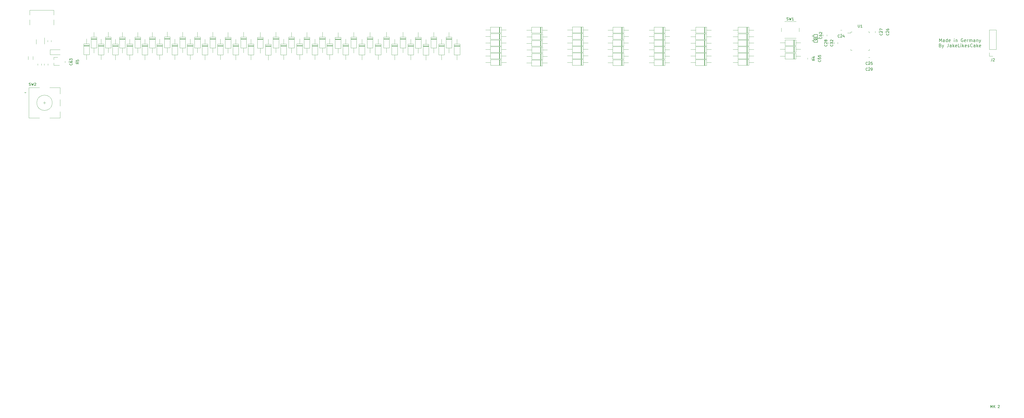
<source format=gto>
G04 #@! TF.GenerationSoftware,KiCad,Pcbnew,5.1.5+dfsg1-2build2*
G04 #@! TF.CreationDate,2020-08-17T22:58:45+02:00*
G04 #@! TF.ProjectId,PENIS,50454e49-532e-46b6-9963-61645f706362,rev?*
G04 #@! TF.SameCoordinates,Original*
G04 #@! TF.FileFunction,Legend,Top*
G04 #@! TF.FilePolarity,Positive*
%FSLAX46Y46*%
G04 Gerber Fmt 4.6, Leading zero omitted, Abs format (unit mm)*
G04 Created by KiCad (PCBNEW 5.1.5+dfsg1-2build2) date 2020-08-17 22:58:45*
%MOMM*%
%LPD*%
G04 APERTURE LIST*
%ADD10C,0.150000*%
%ADD11C,0.120000*%
%ADD12C,0.127000*%
G04 APERTURE END LIST*
D10*
X483409523Y-282372380D02*
X483409523Y-281372380D01*
X483742857Y-282086666D01*
X484076190Y-281372380D01*
X484076190Y-282372380D01*
X484552380Y-282372380D02*
X484552380Y-281372380D01*
X485123809Y-282372380D02*
X484695238Y-281800952D01*
X485123809Y-281372380D02*
X484552380Y-281943809D01*
X486266666Y-281467619D02*
X486314285Y-281420000D01*
X486409523Y-281372380D01*
X486647619Y-281372380D01*
X486742857Y-281420000D01*
X486790476Y-281467619D01*
X486838095Y-281562857D01*
X486838095Y-281658095D01*
X486790476Y-281800952D01*
X486219047Y-282372380D01*
X486838095Y-282372380D01*
X463386904Y-139417023D02*
X463386904Y-138147023D01*
X463810238Y-139054166D01*
X464233571Y-138147023D01*
X464233571Y-139417023D01*
X465382619Y-139417023D02*
X465382619Y-138751785D01*
X465322142Y-138630833D01*
X465201190Y-138570357D01*
X464959285Y-138570357D01*
X464838333Y-138630833D01*
X465382619Y-139356547D02*
X465261666Y-139417023D01*
X464959285Y-139417023D01*
X464838333Y-139356547D01*
X464777857Y-139235595D01*
X464777857Y-139114642D01*
X464838333Y-138993690D01*
X464959285Y-138933214D01*
X465261666Y-138933214D01*
X465382619Y-138872738D01*
X466531666Y-139417023D02*
X466531666Y-138147023D01*
X466531666Y-139356547D02*
X466410714Y-139417023D01*
X466168809Y-139417023D01*
X466047857Y-139356547D01*
X465987380Y-139296071D01*
X465926904Y-139175119D01*
X465926904Y-138812261D01*
X465987380Y-138691309D01*
X466047857Y-138630833D01*
X466168809Y-138570357D01*
X466410714Y-138570357D01*
X466531666Y-138630833D01*
X467620238Y-139356547D02*
X467499285Y-139417023D01*
X467257380Y-139417023D01*
X467136428Y-139356547D01*
X467075952Y-139235595D01*
X467075952Y-138751785D01*
X467136428Y-138630833D01*
X467257380Y-138570357D01*
X467499285Y-138570357D01*
X467620238Y-138630833D01*
X467680714Y-138751785D01*
X467680714Y-138872738D01*
X467075952Y-138993690D01*
X469192619Y-139417023D02*
X469192619Y-138570357D01*
X469192619Y-138147023D02*
X469132142Y-138207500D01*
X469192619Y-138267976D01*
X469253095Y-138207500D01*
X469192619Y-138147023D01*
X469192619Y-138267976D01*
X469797380Y-138570357D02*
X469797380Y-139417023D01*
X469797380Y-138691309D02*
X469857857Y-138630833D01*
X469978809Y-138570357D01*
X470160238Y-138570357D01*
X470281190Y-138630833D01*
X470341666Y-138751785D01*
X470341666Y-139417023D01*
X472579285Y-138207500D02*
X472458333Y-138147023D01*
X472276904Y-138147023D01*
X472095476Y-138207500D01*
X471974523Y-138328452D01*
X471914047Y-138449404D01*
X471853571Y-138691309D01*
X471853571Y-138872738D01*
X471914047Y-139114642D01*
X471974523Y-139235595D01*
X472095476Y-139356547D01*
X472276904Y-139417023D01*
X472397857Y-139417023D01*
X472579285Y-139356547D01*
X472639761Y-139296071D01*
X472639761Y-138872738D01*
X472397857Y-138872738D01*
X473667857Y-139356547D02*
X473546904Y-139417023D01*
X473305000Y-139417023D01*
X473184047Y-139356547D01*
X473123571Y-139235595D01*
X473123571Y-138751785D01*
X473184047Y-138630833D01*
X473305000Y-138570357D01*
X473546904Y-138570357D01*
X473667857Y-138630833D01*
X473728333Y-138751785D01*
X473728333Y-138872738D01*
X473123571Y-138993690D01*
X474272619Y-139417023D02*
X474272619Y-138570357D01*
X474272619Y-138812261D02*
X474333095Y-138691309D01*
X474393571Y-138630833D01*
X474514523Y-138570357D01*
X474635476Y-138570357D01*
X475058809Y-139417023D02*
X475058809Y-138570357D01*
X475058809Y-138691309D02*
X475119285Y-138630833D01*
X475240238Y-138570357D01*
X475421666Y-138570357D01*
X475542619Y-138630833D01*
X475603095Y-138751785D01*
X475603095Y-139417023D01*
X475603095Y-138751785D02*
X475663571Y-138630833D01*
X475784523Y-138570357D01*
X475965952Y-138570357D01*
X476086904Y-138630833D01*
X476147380Y-138751785D01*
X476147380Y-139417023D01*
X477296428Y-139417023D02*
X477296428Y-138751785D01*
X477235952Y-138630833D01*
X477115000Y-138570357D01*
X476873095Y-138570357D01*
X476752142Y-138630833D01*
X477296428Y-139356547D02*
X477175476Y-139417023D01*
X476873095Y-139417023D01*
X476752142Y-139356547D01*
X476691666Y-139235595D01*
X476691666Y-139114642D01*
X476752142Y-138993690D01*
X476873095Y-138933214D01*
X477175476Y-138933214D01*
X477296428Y-138872738D01*
X477901190Y-138570357D02*
X477901190Y-139417023D01*
X477901190Y-138691309D02*
X477961666Y-138630833D01*
X478082619Y-138570357D01*
X478264047Y-138570357D01*
X478385000Y-138630833D01*
X478445476Y-138751785D01*
X478445476Y-139417023D01*
X478929285Y-138570357D02*
X479231666Y-139417023D01*
X479534047Y-138570357D02*
X479231666Y-139417023D01*
X479110714Y-139719404D01*
X479050238Y-139779880D01*
X478929285Y-139840357D01*
X463749761Y-140806785D02*
X463931190Y-140867261D01*
X463991666Y-140927738D01*
X464052142Y-141048690D01*
X464052142Y-141230119D01*
X463991666Y-141351071D01*
X463931190Y-141411547D01*
X463810238Y-141472023D01*
X463326428Y-141472023D01*
X463326428Y-140202023D01*
X463749761Y-140202023D01*
X463870714Y-140262500D01*
X463931190Y-140322976D01*
X463991666Y-140443928D01*
X463991666Y-140564880D01*
X463931190Y-140685833D01*
X463870714Y-140746309D01*
X463749761Y-140806785D01*
X463326428Y-140806785D01*
X464475476Y-140625357D02*
X464777857Y-141472023D01*
X465080238Y-140625357D02*
X464777857Y-141472023D01*
X464656904Y-141774404D01*
X464596428Y-141834880D01*
X464475476Y-141895357D01*
X466894523Y-140202023D02*
X466894523Y-141109166D01*
X466834047Y-141290595D01*
X466713095Y-141411547D01*
X466531666Y-141472023D01*
X466410714Y-141472023D01*
X468043571Y-141472023D02*
X468043571Y-140806785D01*
X467983095Y-140685833D01*
X467862142Y-140625357D01*
X467620238Y-140625357D01*
X467499285Y-140685833D01*
X468043571Y-141411547D02*
X467922619Y-141472023D01*
X467620238Y-141472023D01*
X467499285Y-141411547D01*
X467438809Y-141290595D01*
X467438809Y-141169642D01*
X467499285Y-141048690D01*
X467620238Y-140988214D01*
X467922619Y-140988214D01*
X468043571Y-140927738D01*
X468648333Y-141472023D02*
X468648333Y-140202023D01*
X468769285Y-140988214D02*
X469132142Y-141472023D01*
X469132142Y-140625357D02*
X468648333Y-141109166D01*
X470160238Y-141411547D02*
X470039285Y-141472023D01*
X469797380Y-141472023D01*
X469676428Y-141411547D01*
X469615952Y-141290595D01*
X469615952Y-140806785D01*
X469676428Y-140685833D01*
X469797380Y-140625357D01*
X470039285Y-140625357D01*
X470160238Y-140685833D01*
X470220714Y-140806785D01*
X470220714Y-140927738D01*
X469615952Y-141048690D01*
X471369761Y-141472023D02*
X470765000Y-141472023D01*
X470765000Y-140202023D01*
X471793095Y-141472023D02*
X471793095Y-140625357D01*
X471793095Y-140202023D02*
X471732619Y-140262500D01*
X471793095Y-140322976D01*
X471853571Y-140262500D01*
X471793095Y-140202023D01*
X471793095Y-140322976D01*
X472397857Y-141472023D02*
X472397857Y-140202023D01*
X472518809Y-140988214D02*
X472881666Y-141472023D01*
X472881666Y-140625357D02*
X472397857Y-141109166D01*
X473909761Y-141411547D02*
X473788809Y-141472023D01*
X473546904Y-141472023D01*
X473425952Y-141411547D01*
X473365476Y-141290595D01*
X473365476Y-140806785D01*
X473425952Y-140685833D01*
X473546904Y-140625357D01*
X473788809Y-140625357D01*
X473909761Y-140685833D01*
X473970238Y-140806785D01*
X473970238Y-140927738D01*
X473365476Y-141048690D01*
X474454047Y-141411547D02*
X474575000Y-141472023D01*
X474816904Y-141472023D01*
X474937857Y-141411547D01*
X474998333Y-141290595D01*
X474998333Y-141230119D01*
X474937857Y-141109166D01*
X474816904Y-141048690D01*
X474635476Y-141048690D01*
X474514523Y-140988214D01*
X474454047Y-140867261D01*
X474454047Y-140806785D01*
X474514523Y-140685833D01*
X474635476Y-140625357D01*
X474816904Y-140625357D01*
X474937857Y-140685833D01*
X476268333Y-141351071D02*
X476207857Y-141411547D01*
X476026428Y-141472023D01*
X475905476Y-141472023D01*
X475724047Y-141411547D01*
X475603095Y-141290595D01*
X475542619Y-141169642D01*
X475482142Y-140927738D01*
X475482142Y-140746309D01*
X475542619Y-140504404D01*
X475603095Y-140383452D01*
X475724047Y-140262500D01*
X475905476Y-140202023D01*
X476026428Y-140202023D01*
X476207857Y-140262500D01*
X476268333Y-140322976D01*
X477356904Y-141472023D02*
X477356904Y-140806785D01*
X477296428Y-140685833D01*
X477175476Y-140625357D01*
X476933571Y-140625357D01*
X476812619Y-140685833D01*
X477356904Y-141411547D02*
X477235952Y-141472023D01*
X476933571Y-141472023D01*
X476812619Y-141411547D01*
X476752142Y-141290595D01*
X476752142Y-141169642D01*
X476812619Y-141048690D01*
X476933571Y-140988214D01*
X477235952Y-140988214D01*
X477356904Y-140927738D01*
X477961666Y-141472023D02*
X477961666Y-140202023D01*
X478082619Y-140988214D02*
X478445476Y-141472023D01*
X478445476Y-140625357D02*
X477961666Y-141109166D01*
X479473571Y-141411547D02*
X479352619Y-141472023D01*
X479110714Y-141472023D01*
X478989761Y-141411547D01*
X478929285Y-141290595D01*
X478929285Y-140806785D01*
X478989761Y-140685833D01*
X479110714Y-140625357D01*
X479352619Y-140625357D01*
X479473571Y-140685833D01*
X479534047Y-140806785D01*
X479534047Y-140927738D01*
X478929285Y-141048690D01*
D11*
X407330000Y-143460000D02*
X407330000Y-141220000D01*
X407330000Y-141220000D02*
X403090000Y-141220000D01*
X403090000Y-141220000D02*
X403090000Y-143460000D01*
X403090000Y-143460000D02*
X407330000Y-143460000D01*
X409250000Y-142340000D02*
X407330000Y-142340000D01*
X401170000Y-142340000D02*
X403090000Y-142340000D01*
X406610000Y-143460000D02*
X406610000Y-141220000D01*
X406490000Y-143460000D02*
X406490000Y-141220000D01*
X406730000Y-143460000D02*
X406730000Y-141220000D01*
X407330000Y-140910000D02*
X407330000Y-138670000D01*
X407330000Y-138670000D02*
X403090000Y-138670000D01*
X403090000Y-138670000D02*
X403090000Y-140910000D01*
X403090000Y-140910000D02*
X407330000Y-140910000D01*
X409250000Y-139790000D02*
X407330000Y-139790000D01*
X401170000Y-139790000D02*
X403090000Y-139790000D01*
X406610000Y-140910000D02*
X406610000Y-138670000D01*
X406490000Y-140910000D02*
X406490000Y-138670000D01*
X406730000Y-140910000D02*
X406730000Y-138670000D01*
X388980000Y-148560000D02*
X388980000Y-146320000D01*
X388980000Y-146320000D02*
X384740000Y-146320000D01*
X384740000Y-146320000D02*
X384740000Y-148560000D01*
X384740000Y-148560000D02*
X388980000Y-148560000D01*
X390900000Y-147440000D02*
X388980000Y-147440000D01*
X382820000Y-147440000D02*
X384740000Y-147440000D01*
X388260000Y-148560000D02*
X388260000Y-146320000D01*
X388140000Y-148560000D02*
X388140000Y-146320000D01*
X388380000Y-148560000D02*
X388380000Y-146320000D01*
X388980000Y-146060000D02*
X388980000Y-143820000D01*
X388980000Y-143820000D02*
X384740000Y-143820000D01*
X384740000Y-143820000D02*
X384740000Y-146060000D01*
X384740000Y-146060000D02*
X388980000Y-146060000D01*
X390900000Y-144940000D02*
X388980000Y-144940000D01*
X382820000Y-144940000D02*
X384740000Y-144940000D01*
X388260000Y-146060000D02*
X388260000Y-143820000D01*
X388140000Y-146060000D02*
X388140000Y-143820000D01*
X388380000Y-146060000D02*
X388380000Y-143820000D01*
X388980000Y-143560000D02*
X388980000Y-141320000D01*
X388980000Y-141320000D02*
X384740000Y-141320000D01*
X384740000Y-141320000D02*
X384740000Y-143560000D01*
X384740000Y-143560000D02*
X388980000Y-143560000D01*
X390900000Y-142440000D02*
X388980000Y-142440000D01*
X382820000Y-142440000D02*
X384740000Y-142440000D01*
X388260000Y-143560000D02*
X388260000Y-141320000D01*
X388140000Y-143560000D02*
X388140000Y-141320000D01*
X388380000Y-143560000D02*
X388380000Y-141320000D01*
X388980000Y-141010000D02*
X388980000Y-138770000D01*
X388980000Y-138770000D02*
X384740000Y-138770000D01*
X384740000Y-138770000D02*
X384740000Y-141010000D01*
X384740000Y-141010000D02*
X388980000Y-141010000D01*
X390900000Y-139890000D02*
X388980000Y-139890000D01*
X382820000Y-139890000D02*
X384740000Y-139890000D01*
X388260000Y-141010000D02*
X388260000Y-138770000D01*
X388140000Y-141010000D02*
X388140000Y-138770000D01*
X388380000Y-141010000D02*
X388380000Y-138770000D01*
X388980000Y-138510000D02*
X388980000Y-136270000D01*
X388980000Y-136270000D02*
X384740000Y-136270000D01*
X384740000Y-136270000D02*
X384740000Y-138510000D01*
X384740000Y-138510000D02*
X388980000Y-138510000D01*
X390900000Y-137390000D02*
X388980000Y-137390000D01*
X382820000Y-137390000D02*
X384740000Y-137390000D01*
X388260000Y-138510000D02*
X388260000Y-136270000D01*
X388140000Y-138510000D02*
X388140000Y-136270000D01*
X388380000Y-138510000D02*
X388380000Y-136270000D01*
X388980000Y-135960000D02*
X388980000Y-133720000D01*
X388980000Y-133720000D02*
X384740000Y-133720000D01*
X384740000Y-133720000D02*
X384740000Y-135960000D01*
X384740000Y-135960000D02*
X388980000Y-135960000D01*
X390900000Y-134840000D02*
X388980000Y-134840000D01*
X382820000Y-134840000D02*
X384740000Y-134840000D01*
X388260000Y-135960000D02*
X388260000Y-133720000D01*
X388140000Y-135960000D02*
X388140000Y-133720000D01*
X388380000Y-135960000D02*
X388380000Y-133720000D01*
X372427000Y-148640000D02*
X372427000Y-146400000D01*
X372427000Y-146400000D02*
X368187000Y-146400000D01*
X368187000Y-146400000D02*
X368187000Y-148640000D01*
X368187000Y-148640000D02*
X372427000Y-148640000D01*
X374347000Y-147520000D02*
X372427000Y-147520000D01*
X366267000Y-147520000D02*
X368187000Y-147520000D01*
X371707000Y-148640000D02*
X371707000Y-146400000D01*
X371587000Y-148640000D02*
X371587000Y-146400000D01*
X371827000Y-148640000D02*
X371827000Y-146400000D01*
X372427000Y-138505400D02*
X372427000Y-136265400D01*
X372427000Y-136265400D02*
X368187000Y-136265400D01*
X368187000Y-136265400D02*
X368187000Y-138505400D01*
X368187000Y-138505400D02*
X372427000Y-138505400D01*
X374347000Y-137385400D02*
X372427000Y-137385400D01*
X366267000Y-137385400D02*
X368187000Y-137385400D01*
X371707000Y-138505400D02*
X371707000Y-136265400D01*
X371587000Y-138505400D02*
X371587000Y-136265400D01*
X371827000Y-138505400D02*
X371827000Y-136265400D01*
X372427000Y-141045400D02*
X372427000Y-138805400D01*
X372427000Y-138805400D02*
X368187000Y-138805400D01*
X368187000Y-138805400D02*
X368187000Y-141045400D01*
X368187000Y-141045400D02*
X372427000Y-141045400D01*
X374347000Y-139925400D02*
X372427000Y-139925400D01*
X366267000Y-139925400D02*
X368187000Y-139925400D01*
X371707000Y-141045400D02*
X371707000Y-138805400D01*
X371587000Y-141045400D02*
X371587000Y-138805400D01*
X371827000Y-141045400D02*
X371827000Y-138805400D01*
X372427000Y-143560000D02*
X372427000Y-141320000D01*
X372427000Y-141320000D02*
X368187000Y-141320000D01*
X368187000Y-141320000D02*
X368187000Y-143560000D01*
X368187000Y-143560000D02*
X372427000Y-143560000D01*
X374347000Y-142440000D02*
X372427000Y-142440000D01*
X366267000Y-142440000D02*
X368187000Y-142440000D01*
X371707000Y-143560000D02*
X371707000Y-141320000D01*
X371587000Y-143560000D02*
X371587000Y-141320000D01*
X371827000Y-143560000D02*
X371827000Y-141320000D01*
X372427000Y-146100000D02*
X372427000Y-143860000D01*
X372427000Y-143860000D02*
X368187000Y-143860000D01*
X368187000Y-143860000D02*
X368187000Y-146100000D01*
X368187000Y-146100000D02*
X372427000Y-146100000D01*
X374347000Y-144980000D02*
X372427000Y-144980000D01*
X366267000Y-144980000D02*
X368187000Y-144980000D01*
X371707000Y-146100000D02*
X371707000Y-143860000D01*
X371587000Y-146100000D02*
X371587000Y-143860000D01*
X371827000Y-146100000D02*
X371827000Y-143860000D01*
X372430000Y-135960000D02*
X372430000Y-133720000D01*
X372430000Y-133720000D02*
X368190000Y-133720000D01*
X368190000Y-133720000D02*
X368190000Y-135960000D01*
X368190000Y-135960000D02*
X372430000Y-135960000D01*
X374350000Y-134840000D02*
X372430000Y-134840000D01*
X366270000Y-134840000D02*
X368190000Y-134840000D01*
X371710000Y-135960000D02*
X371710000Y-133720000D01*
X371590000Y-135960000D02*
X371590000Y-133720000D01*
X371830000Y-135960000D02*
X371830000Y-133720000D01*
X356190000Y-148670000D02*
X356190000Y-146430000D01*
X356190000Y-146430000D02*
X351950000Y-146430000D01*
X351950000Y-146430000D02*
X351950000Y-148670000D01*
X351950000Y-148670000D02*
X356190000Y-148670000D01*
X358110000Y-147550000D02*
X356190000Y-147550000D01*
X350030000Y-147550000D02*
X351950000Y-147550000D01*
X355470000Y-148670000D02*
X355470000Y-146430000D01*
X355350000Y-148670000D02*
X355350000Y-146430000D01*
X355590000Y-148670000D02*
X355590000Y-146430000D01*
X356190000Y-146120000D02*
X356190000Y-143880000D01*
X356190000Y-143880000D02*
X351950000Y-143880000D01*
X351950000Y-143880000D02*
X351950000Y-146120000D01*
X351950000Y-146120000D02*
X356190000Y-146120000D01*
X358110000Y-145000000D02*
X356190000Y-145000000D01*
X350030000Y-145000000D02*
X351950000Y-145000000D01*
X355470000Y-146120000D02*
X355470000Y-143880000D01*
X355350000Y-146120000D02*
X355350000Y-143880000D01*
X355590000Y-146120000D02*
X355590000Y-143880000D01*
X356190000Y-143570000D02*
X356190000Y-141330000D01*
X356190000Y-141330000D02*
X351950000Y-141330000D01*
X351950000Y-141330000D02*
X351950000Y-143570000D01*
X351950000Y-143570000D02*
X356190000Y-143570000D01*
X358110000Y-142450000D02*
X356190000Y-142450000D01*
X350030000Y-142450000D02*
X351950000Y-142450000D01*
X355470000Y-143570000D02*
X355470000Y-141330000D01*
X355350000Y-143570000D02*
X355350000Y-141330000D01*
X355590000Y-143570000D02*
X355590000Y-141330000D01*
X356180000Y-141010000D02*
X356180000Y-138770000D01*
X356180000Y-138770000D02*
X351940000Y-138770000D01*
X351940000Y-138770000D02*
X351940000Y-141010000D01*
X351940000Y-141010000D02*
X356180000Y-141010000D01*
X358100000Y-139890000D02*
X356180000Y-139890000D01*
X350020000Y-139890000D02*
X351940000Y-139890000D01*
X355460000Y-141010000D02*
X355460000Y-138770000D01*
X355340000Y-141010000D02*
X355340000Y-138770000D01*
X355580000Y-141010000D02*
X355580000Y-138770000D01*
X356180000Y-138470000D02*
X356180000Y-136230000D01*
X356180000Y-136230000D02*
X351940000Y-136230000D01*
X351940000Y-136230000D02*
X351940000Y-138470000D01*
X351940000Y-138470000D02*
X356180000Y-138470000D01*
X358100000Y-137350000D02*
X356180000Y-137350000D01*
X350020000Y-137350000D02*
X351940000Y-137350000D01*
X355460000Y-138470000D02*
X355460000Y-136230000D01*
X355340000Y-138470000D02*
X355340000Y-136230000D01*
X355580000Y-138470000D02*
X355580000Y-136230000D01*
X356180000Y-135960000D02*
X356180000Y-133720000D01*
X356180000Y-133720000D02*
X351940000Y-133720000D01*
X351940000Y-133720000D02*
X351940000Y-135960000D01*
X351940000Y-135960000D02*
X356180000Y-135960000D01*
X358100000Y-134840000D02*
X356180000Y-134840000D01*
X350020000Y-134840000D02*
X351940000Y-134840000D01*
X355460000Y-135960000D02*
X355460000Y-133720000D01*
X355340000Y-135960000D02*
X355340000Y-133720000D01*
X355580000Y-135960000D02*
X355580000Y-133720000D01*
X340090000Y-148670000D02*
X340090000Y-146430000D01*
X340090000Y-146430000D02*
X335850000Y-146430000D01*
X335850000Y-146430000D02*
X335850000Y-148670000D01*
X335850000Y-148670000D02*
X340090000Y-148670000D01*
X342010000Y-147550000D02*
X340090000Y-147550000D01*
X333930000Y-147550000D02*
X335850000Y-147550000D01*
X339370000Y-148670000D02*
X339370000Y-146430000D01*
X339250000Y-148670000D02*
X339250000Y-146430000D01*
X339490000Y-148670000D02*
X339490000Y-146430000D01*
X340080000Y-146110000D02*
X340080000Y-143870000D01*
X340080000Y-143870000D02*
X335840000Y-143870000D01*
X335840000Y-143870000D02*
X335840000Y-146110000D01*
X335840000Y-146110000D02*
X340080000Y-146110000D01*
X342000000Y-144990000D02*
X340080000Y-144990000D01*
X333920000Y-144990000D02*
X335840000Y-144990000D01*
X339360000Y-146110000D02*
X339360000Y-143870000D01*
X339240000Y-146110000D02*
X339240000Y-143870000D01*
X339480000Y-146110000D02*
X339480000Y-143870000D01*
X340030000Y-143560000D02*
X340030000Y-141320000D01*
X340030000Y-141320000D02*
X335790000Y-141320000D01*
X335790000Y-141320000D02*
X335790000Y-143560000D01*
X335790000Y-143560000D02*
X340030000Y-143560000D01*
X341950000Y-142440000D02*
X340030000Y-142440000D01*
X333870000Y-142440000D02*
X335790000Y-142440000D01*
X339310000Y-143560000D02*
X339310000Y-141320000D01*
X339190000Y-143560000D02*
X339190000Y-141320000D01*
X339430000Y-143560000D02*
X339430000Y-141320000D01*
X340080000Y-141010000D02*
X340080000Y-138770000D01*
X340080000Y-138770000D02*
X335840000Y-138770000D01*
X335840000Y-138770000D02*
X335840000Y-141010000D01*
X335840000Y-141010000D02*
X340080000Y-141010000D01*
X342000000Y-139890000D02*
X340080000Y-139890000D01*
X333920000Y-139890000D02*
X335840000Y-139890000D01*
X339360000Y-141010000D02*
X339360000Y-138770000D01*
X339240000Y-141010000D02*
X339240000Y-138770000D01*
X339480000Y-141010000D02*
X339480000Y-138770000D01*
X340130000Y-138460000D02*
X340130000Y-136220000D01*
X340130000Y-136220000D02*
X335890000Y-136220000D01*
X335890000Y-136220000D02*
X335890000Y-138460000D01*
X335890000Y-138460000D02*
X340130000Y-138460000D01*
X342050000Y-137340000D02*
X340130000Y-137340000D01*
X333970000Y-137340000D02*
X335890000Y-137340000D01*
X339410000Y-138460000D02*
X339410000Y-136220000D01*
X339290000Y-138460000D02*
X339290000Y-136220000D01*
X339530000Y-138460000D02*
X339530000Y-136220000D01*
X340130000Y-135960000D02*
X340130000Y-133720000D01*
X340130000Y-133720000D02*
X335890000Y-133720000D01*
X335890000Y-133720000D02*
X335890000Y-135960000D01*
X335890000Y-135960000D02*
X340130000Y-135960000D01*
X342050000Y-134840000D02*
X340130000Y-134840000D01*
X333970000Y-134840000D02*
X335890000Y-134840000D01*
X339410000Y-135960000D02*
X339410000Y-133720000D01*
X339290000Y-135960000D02*
X339290000Y-133720000D01*
X339530000Y-135960000D02*
X339530000Y-133720000D01*
X324280000Y-148560000D02*
X324280000Y-146320000D01*
X324280000Y-146320000D02*
X320040000Y-146320000D01*
X320040000Y-146320000D02*
X320040000Y-148560000D01*
X320040000Y-148560000D02*
X324280000Y-148560000D01*
X326200000Y-147440000D02*
X324280000Y-147440000D01*
X318120000Y-147440000D02*
X320040000Y-147440000D01*
X323560000Y-148560000D02*
X323560000Y-146320000D01*
X323440000Y-148560000D02*
X323440000Y-146320000D01*
X323680000Y-148560000D02*
X323680000Y-146320000D01*
X324280000Y-146010000D02*
X324280000Y-143770000D01*
X324280000Y-143770000D02*
X320040000Y-143770000D01*
X320040000Y-143770000D02*
X320040000Y-146010000D01*
X320040000Y-146010000D02*
X324280000Y-146010000D01*
X326200000Y-144890000D02*
X324280000Y-144890000D01*
X318120000Y-144890000D02*
X320040000Y-144890000D01*
X323560000Y-146010000D02*
X323560000Y-143770000D01*
X323440000Y-146010000D02*
X323440000Y-143770000D01*
X323680000Y-146010000D02*
X323680000Y-143770000D01*
X324280000Y-143460000D02*
X324280000Y-141220000D01*
X324280000Y-141220000D02*
X320040000Y-141220000D01*
X320040000Y-141220000D02*
X320040000Y-143460000D01*
X320040000Y-143460000D02*
X324280000Y-143460000D01*
X326200000Y-142340000D02*
X324280000Y-142340000D01*
X318120000Y-142340000D02*
X320040000Y-142340000D01*
X323560000Y-143460000D02*
X323560000Y-141220000D01*
X323440000Y-143460000D02*
X323440000Y-141220000D01*
X323680000Y-143460000D02*
X323680000Y-141220000D01*
X324280000Y-140960000D02*
X324280000Y-138720000D01*
X324280000Y-138720000D02*
X320040000Y-138720000D01*
X320040000Y-138720000D02*
X320040000Y-140960000D01*
X320040000Y-140960000D02*
X324280000Y-140960000D01*
X326200000Y-139840000D02*
X324280000Y-139840000D01*
X318120000Y-139840000D02*
X320040000Y-139840000D01*
X323560000Y-140960000D02*
X323560000Y-138720000D01*
X323440000Y-140960000D02*
X323440000Y-138720000D01*
X323680000Y-140960000D02*
X323680000Y-138720000D01*
X324280000Y-138410000D02*
X324280000Y-136170000D01*
X324280000Y-136170000D02*
X320040000Y-136170000D01*
X320040000Y-136170000D02*
X320040000Y-138410000D01*
X320040000Y-138410000D02*
X324280000Y-138410000D01*
X326200000Y-137290000D02*
X324280000Y-137290000D01*
X318120000Y-137290000D02*
X320040000Y-137290000D01*
X323560000Y-138410000D02*
X323560000Y-136170000D01*
X323440000Y-138410000D02*
X323440000Y-136170000D01*
X323680000Y-138410000D02*
X323680000Y-136170000D01*
X324280000Y-135860000D02*
X324280000Y-133620000D01*
X324280000Y-133620000D02*
X320040000Y-133620000D01*
X320040000Y-133620000D02*
X320040000Y-135860000D01*
X320040000Y-135860000D02*
X324280000Y-135860000D01*
X326200000Y-134740000D02*
X324280000Y-134740000D01*
X318120000Y-134740000D02*
X320040000Y-134740000D01*
X323560000Y-135860000D02*
X323560000Y-133620000D01*
X323440000Y-135860000D02*
X323440000Y-133620000D01*
X323680000Y-135860000D02*
X323680000Y-133620000D01*
X308380000Y-148810000D02*
X308380000Y-146570000D01*
X308380000Y-146570000D02*
X304140000Y-146570000D01*
X304140000Y-146570000D02*
X304140000Y-148810000D01*
X304140000Y-148810000D02*
X308380000Y-148810000D01*
X310300000Y-147690000D02*
X308380000Y-147690000D01*
X302220000Y-147690000D02*
X304140000Y-147690000D01*
X307660000Y-148810000D02*
X307660000Y-146570000D01*
X307540000Y-148810000D02*
X307540000Y-146570000D01*
X307780000Y-148810000D02*
X307780000Y-146570000D01*
X308430000Y-146260000D02*
X308430000Y-144020000D01*
X308430000Y-144020000D02*
X304190000Y-144020000D01*
X304190000Y-144020000D02*
X304190000Y-146260000D01*
X304190000Y-146260000D02*
X308430000Y-146260000D01*
X310350000Y-145140000D02*
X308430000Y-145140000D01*
X302270000Y-145140000D02*
X304190000Y-145140000D01*
X307710000Y-146260000D02*
X307710000Y-144020000D01*
X307590000Y-146260000D02*
X307590000Y-144020000D01*
X307830000Y-146260000D02*
X307830000Y-144020000D01*
X308430000Y-143710000D02*
X308430000Y-141470000D01*
X308430000Y-141470000D02*
X304190000Y-141470000D01*
X304190000Y-141470000D02*
X304190000Y-143710000D01*
X304190000Y-143710000D02*
X308430000Y-143710000D01*
X310350000Y-142590000D02*
X308430000Y-142590000D01*
X302270000Y-142590000D02*
X304190000Y-142590000D01*
X307710000Y-143710000D02*
X307710000Y-141470000D01*
X307590000Y-143710000D02*
X307590000Y-141470000D01*
X307830000Y-143710000D02*
X307830000Y-141470000D01*
X308380000Y-141160000D02*
X308380000Y-138920000D01*
X308380000Y-138920000D02*
X304140000Y-138920000D01*
X304140000Y-138920000D02*
X304140000Y-141160000D01*
X304140000Y-141160000D02*
X308380000Y-141160000D01*
X310300000Y-140040000D02*
X308380000Y-140040000D01*
X302220000Y-140040000D02*
X304140000Y-140040000D01*
X307660000Y-141160000D02*
X307660000Y-138920000D01*
X307540000Y-141160000D02*
X307540000Y-138920000D01*
X307780000Y-141160000D02*
X307780000Y-138920000D01*
X308430000Y-138610000D02*
X308430000Y-136370000D01*
X308430000Y-136370000D02*
X304190000Y-136370000D01*
X304190000Y-136370000D02*
X304190000Y-138610000D01*
X304190000Y-138610000D02*
X308430000Y-138610000D01*
X310350000Y-137490000D02*
X308430000Y-137490000D01*
X302270000Y-137490000D02*
X304190000Y-137490000D01*
X307710000Y-138610000D02*
X307710000Y-136370000D01*
X307590000Y-138610000D02*
X307590000Y-136370000D01*
X307830000Y-138610000D02*
X307830000Y-136370000D01*
X308380000Y-135960000D02*
X308380000Y-133720000D01*
X308380000Y-133720000D02*
X304140000Y-133720000D01*
X304140000Y-133720000D02*
X304140000Y-135960000D01*
X304140000Y-135960000D02*
X308380000Y-135960000D01*
X310300000Y-134840000D02*
X308380000Y-134840000D01*
X302220000Y-134840000D02*
X304140000Y-134840000D01*
X307660000Y-135960000D02*
X307660000Y-133720000D01*
X307540000Y-135960000D02*
X307540000Y-133720000D01*
X307780000Y-135960000D02*
X307780000Y-133720000D01*
X292380000Y-148610000D02*
X292380000Y-146370000D01*
X292380000Y-146370000D02*
X288140000Y-146370000D01*
X288140000Y-146370000D02*
X288140000Y-148610000D01*
X288140000Y-148610000D02*
X292380000Y-148610000D01*
X294300000Y-147490000D02*
X292380000Y-147490000D01*
X286220000Y-147490000D02*
X288140000Y-147490000D01*
X291660000Y-148610000D02*
X291660000Y-146370000D01*
X291540000Y-148610000D02*
X291540000Y-146370000D01*
X291780000Y-148610000D02*
X291780000Y-146370000D01*
X292330000Y-146060000D02*
X292330000Y-143820000D01*
X292330000Y-143820000D02*
X288090000Y-143820000D01*
X288090000Y-143820000D02*
X288090000Y-146060000D01*
X288090000Y-146060000D02*
X292330000Y-146060000D01*
X294250000Y-144940000D02*
X292330000Y-144940000D01*
X286170000Y-144940000D02*
X288090000Y-144940000D01*
X291610000Y-146060000D02*
X291610000Y-143820000D01*
X291490000Y-146060000D02*
X291490000Y-143820000D01*
X291730000Y-146060000D02*
X291730000Y-143820000D01*
X292330000Y-143560000D02*
X292330000Y-141320000D01*
X292330000Y-141320000D02*
X288090000Y-141320000D01*
X288090000Y-141320000D02*
X288090000Y-143560000D01*
X288090000Y-143560000D02*
X292330000Y-143560000D01*
X294250000Y-142440000D02*
X292330000Y-142440000D01*
X286170000Y-142440000D02*
X288090000Y-142440000D01*
X291610000Y-143560000D02*
X291610000Y-141320000D01*
X291490000Y-143560000D02*
X291490000Y-141320000D01*
X291730000Y-143560000D02*
X291730000Y-141320000D01*
X292330000Y-141010000D02*
X292330000Y-138770000D01*
X292330000Y-138770000D02*
X288090000Y-138770000D01*
X288090000Y-138770000D02*
X288090000Y-141010000D01*
X288090000Y-141010000D02*
X292330000Y-141010000D01*
X294250000Y-139890000D02*
X292330000Y-139890000D01*
X286170000Y-139890000D02*
X288090000Y-139890000D01*
X291610000Y-141010000D02*
X291610000Y-138770000D01*
X291490000Y-141010000D02*
X291490000Y-138770000D01*
X291730000Y-141010000D02*
X291730000Y-138770000D01*
X292330000Y-138460000D02*
X292330000Y-136220000D01*
X292330000Y-136220000D02*
X288090000Y-136220000D01*
X288090000Y-136220000D02*
X288090000Y-138460000D01*
X288090000Y-138460000D02*
X292330000Y-138460000D01*
X294250000Y-137340000D02*
X292330000Y-137340000D01*
X286170000Y-137340000D02*
X288090000Y-137340000D01*
X291610000Y-138460000D02*
X291610000Y-136220000D01*
X291490000Y-138460000D02*
X291490000Y-136220000D01*
X291730000Y-138460000D02*
X291730000Y-136220000D01*
X292330000Y-135910000D02*
X292330000Y-133670000D01*
X292330000Y-133670000D02*
X288090000Y-133670000D01*
X288090000Y-133670000D02*
X288090000Y-135910000D01*
X288090000Y-135910000D02*
X292330000Y-135910000D01*
X294250000Y-134790000D02*
X292330000Y-134790000D01*
X286170000Y-134790000D02*
X288090000Y-134790000D01*
X291610000Y-135910000D02*
X291610000Y-133670000D01*
X291490000Y-135910000D02*
X291490000Y-133670000D01*
X291730000Y-135910000D02*
X291730000Y-133670000D01*
X276160000Y-140300000D02*
X273920000Y-140300000D01*
X273920000Y-140300000D02*
X273920000Y-144540000D01*
X273920000Y-144540000D02*
X276160000Y-144540000D01*
X276160000Y-144540000D02*
X276160000Y-140300000D01*
X275040000Y-138380000D02*
X275040000Y-140300000D01*
X275040000Y-146460000D02*
X275040000Y-144540000D01*
X276160000Y-141020000D02*
X273920000Y-141020000D01*
X276160000Y-141140000D02*
X273920000Y-141140000D01*
X276160000Y-140900000D02*
X273920000Y-140900000D01*
X273010000Y-137600000D02*
X270770000Y-137600000D01*
X270770000Y-137600000D02*
X270770000Y-141840000D01*
X270770000Y-141840000D02*
X273010000Y-141840000D01*
X273010000Y-141840000D02*
X273010000Y-137600000D01*
X271890000Y-135680000D02*
X271890000Y-137600000D01*
X271890000Y-143760000D02*
X271890000Y-141840000D01*
X273010000Y-138320000D02*
X270770000Y-138320000D01*
X273010000Y-138440000D02*
X270770000Y-138440000D01*
X273010000Y-138200000D02*
X270770000Y-138200000D01*
X270110000Y-140300000D02*
X267870000Y-140300000D01*
X267870000Y-140300000D02*
X267870000Y-144540000D01*
X267870000Y-144540000D02*
X270110000Y-144540000D01*
X270110000Y-144540000D02*
X270110000Y-140300000D01*
X268990000Y-138380000D02*
X268990000Y-140300000D01*
X268990000Y-146460000D02*
X268990000Y-144540000D01*
X270110000Y-141020000D02*
X267870000Y-141020000D01*
X270110000Y-141140000D02*
X267870000Y-141140000D01*
X270110000Y-140900000D02*
X267870000Y-140900000D01*
X267060000Y-137600000D02*
X264820000Y-137600000D01*
X264820000Y-137600000D02*
X264820000Y-141840000D01*
X264820000Y-141840000D02*
X267060000Y-141840000D01*
X267060000Y-141840000D02*
X267060000Y-137600000D01*
X265940000Y-135680000D02*
X265940000Y-137600000D01*
X265940000Y-143760000D02*
X265940000Y-141840000D01*
X267060000Y-138320000D02*
X264820000Y-138320000D01*
X267060000Y-138440000D02*
X264820000Y-138440000D01*
X267060000Y-138200000D02*
X264820000Y-138200000D01*
X264010000Y-140400000D02*
X261770000Y-140400000D01*
X261770000Y-140400000D02*
X261770000Y-144640000D01*
X261770000Y-144640000D02*
X264010000Y-144640000D01*
X264010000Y-144640000D02*
X264010000Y-140400000D01*
X262890000Y-138480000D02*
X262890000Y-140400000D01*
X262890000Y-146560000D02*
X262890000Y-144640000D01*
X264010000Y-141120000D02*
X261770000Y-141120000D01*
X264010000Y-141240000D02*
X261770000Y-141240000D01*
X264010000Y-141000000D02*
X261770000Y-141000000D01*
X261010000Y-137640000D02*
X258770000Y-137640000D01*
X258770000Y-137640000D02*
X258770000Y-141880000D01*
X258770000Y-141880000D02*
X261010000Y-141880000D01*
X261010000Y-141880000D02*
X261010000Y-137640000D01*
X259890000Y-135720000D02*
X259890000Y-137640000D01*
X259890000Y-143800000D02*
X259890000Y-141880000D01*
X261010000Y-138360000D02*
X258770000Y-138360000D01*
X261010000Y-138480000D02*
X258770000Y-138480000D01*
X261010000Y-138240000D02*
X258770000Y-138240000D01*
X258110000Y-140300000D02*
X255870000Y-140300000D01*
X255870000Y-140300000D02*
X255870000Y-144540000D01*
X255870000Y-144540000D02*
X258110000Y-144540000D01*
X258110000Y-144540000D02*
X258110000Y-140300000D01*
X256990000Y-138380000D02*
X256990000Y-140300000D01*
X256990000Y-146460000D02*
X256990000Y-144540000D01*
X258110000Y-141020000D02*
X255870000Y-141020000D01*
X258110000Y-141140000D02*
X255870000Y-141140000D01*
X258110000Y-140900000D02*
X255870000Y-140900000D01*
X255060000Y-137550000D02*
X252820000Y-137550000D01*
X252820000Y-137550000D02*
X252820000Y-141790000D01*
X252820000Y-141790000D02*
X255060000Y-141790000D01*
X255060000Y-141790000D02*
X255060000Y-137550000D01*
X253940000Y-135630000D02*
X253940000Y-137550000D01*
X253940000Y-143710000D02*
X253940000Y-141790000D01*
X255060000Y-138270000D02*
X252820000Y-138270000D01*
X255060000Y-138390000D02*
X252820000Y-138390000D01*
X255060000Y-138150000D02*
X252820000Y-138150000D01*
X251810000Y-140300000D02*
X249570000Y-140300000D01*
X249570000Y-140300000D02*
X249570000Y-144540000D01*
X249570000Y-144540000D02*
X251810000Y-144540000D01*
X251810000Y-144540000D02*
X251810000Y-140300000D01*
X250690000Y-138380000D02*
X250690000Y-140300000D01*
X250690000Y-146460000D02*
X250690000Y-144540000D01*
X251810000Y-141020000D02*
X249570000Y-141020000D01*
X251810000Y-141140000D02*
X249570000Y-141140000D01*
X251810000Y-140900000D02*
X249570000Y-140900000D01*
X248610000Y-137550000D02*
X246370000Y-137550000D01*
X246370000Y-137550000D02*
X246370000Y-141790000D01*
X246370000Y-141790000D02*
X248610000Y-141790000D01*
X248610000Y-141790000D02*
X248610000Y-137550000D01*
X247490000Y-135630000D02*
X247490000Y-137550000D01*
X247490000Y-143710000D02*
X247490000Y-141790000D01*
X248610000Y-138270000D02*
X246370000Y-138270000D01*
X248610000Y-138390000D02*
X246370000Y-138390000D01*
X248610000Y-138150000D02*
X246370000Y-138150000D01*
X245360000Y-140250000D02*
X243120000Y-140250000D01*
X243120000Y-140250000D02*
X243120000Y-144490000D01*
X243120000Y-144490000D02*
X245360000Y-144490000D01*
X245360000Y-144490000D02*
X245360000Y-140250000D01*
X244240000Y-138330000D02*
X244240000Y-140250000D01*
X244240000Y-146410000D02*
X244240000Y-144490000D01*
X245360000Y-140970000D02*
X243120000Y-140970000D01*
X245360000Y-141090000D02*
X243120000Y-141090000D01*
X245360000Y-140850000D02*
X243120000Y-140850000D01*
X242160000Y-137600000D02*
X239920000Y-137600000D01*
X239920000Y-137600000D02*
X239920000Y-141840000D01*
X239920000Y-141840000D02*
X242160000Y-141840000D01*
X242160000Y-141840000D02*
X242160000Y-137600000D01*
X241040000Y-135680000D02*
X241040000Y-137600000D01*
X241040000Y-143760000D02*
X241040000Y-141840000D01*
X242160000Y-138320000D02*
X239920000Y-138320000D01*
X242160000Y-138440000D02*
X239920000Y-138440000D01*
X242160000Y-138200000D02*
X239920000Y-138200000D01*
X239010000Y-140300000D02*
X236770000Y-140300000D01*
X236770000Y-140300000D02*
X236770000Y-144540000D01*
X236770000Y-144540000D02*
X239010000Y-144540000D01*
X239010000Y-144540000D02*
X239010000Y-140300000D01*
X237890000Y-138380000D02*
X237890000Y-140300000D01*
X237890000Y-146460000D02*
X237890000Y-144540000D01*
X239010000Y-141020000D02*
X236770000Y-141020000D01*
X239010000Y-141140000D02*
X236770000Y-141140000D01*
X239010000Y-140900000D02*
X236770000Y-140900000D01*
X235810000Y-137600000D02*
X233570000Y-137600000D01*
X233570000Y-137600000D02*
X233570000Y-141840000D01*
X233570000Y-141840000D02*
X235810000Y-141840000D01*
X235810000Y-141840000D02*
X235810000Y-137600000D01*
X234690000Y-135680000D02*
X234690000Y-137600000D01*
X234690000Y-143760000D02*
X234690000Y-141840000D01*
X235810000Y-138320000D02*
X233570000Y-138320000D01*
X235810000Y-138440000D02*
X233570000Y-138440000D01*
X235810000Y-138200000D02*
X233570000Y-138200000D01*
X232710000Y-140250000D02*
X230470000Y-140250000D01*
X230470000Y-140250000D02*
X230470000Y-144490000D01*
X230470000Y-144490000D02*
X232710000Y-144490000D01*
X232710000Y-144490000D02*
X232710000Y-140250000D01*
X231590000Y-138330000D02*
X231590000Y-140250000D01*
X231590000Y-146410000D02*
X231590000Y-144490000D01*
X232710000Y-140970000D02*
X230470000Y-140970000D01*
X232710000Y-141090000D02*
X230470000Y-141090000D01*
X232710000Y-140850000D02*
X230470000Y-140850000D01*
X229710000Y-137700000D02*
X227470000Y-137700000D01*
X227470000Y-137700000D02*
X227470000Y-141940000D01*
X227470000Y-141940000D02*
X229710000Y-141940000D01*
X229710000Y-141940000D02*
X229710000Y-137700000D01*
X228590000Y-135780000D02*
X228590000Y-137700000D01*
X228590000Y-143860000D02*
X228590000Y-141940000D01*
X229710000Y-138420000D02*
X227470000Y-138420000D01*
X229710000Y-138540000D02*
X227470000Y-138540000D01*
X229710000Y-138300000D02*
X227470000Y-138300000D01*
X217560000Y-137650000D02*
X215320000Y-137650000D01*
X215320000Y-137650000D02*
X215320000Y-141890000D01*
X215320000Y-141890000D02*
X217560000Y-141890000D01*
X217560000Y-141890000D02*
X217560000Y-137650000D01*
X216440000Y-135730000D02*
X216440000Y-137650000D01*
X216440000Y-143810000D02*
X216440000Y-141890000D01*
X217560000Y-138370000D02*
X215320000Y-138370000D01*
X217560000Y-138490000D02*
X215320000Y-138490000D01*
X217560000Y-138250000D02*
X215320000Y-138250000D01*
X214710000Y-140200000D02*
X212470000Y-140200000D01*
X212470000Y-140200000D02*
X212470000Y-144440000D01*
X212470000Y-144440000D02*
X214710000Y-144440000D01*
X214710000Y-144440000D02*
X214710000Y-140200000D01*
X213590000Y-138280000D02*
X213590000Y-140200000D01*
X213590000Y-146360000D02*
X213590000Y-144440000D01*
X214710000Y-140920000D02*
X212470000Y-140920000D01*
X214710000Y-141040000D02*
X212470000Y-141040000D01*
X214710000Y-140800000D02*
X212470000Y-140800000D01*
X226460000Y-140200000D02*
X224220000Y-140200000D01*
X224220000Y-140200000D02*
X224220000Y-144440000D01*
X224220000Y-144440000D02*
X226460000Y-144440000D01*
X226460000Y-144440000D02*
X226460000Y-140200000D01*
X225340000Y-138280000D02*
X225340000Y-140200000D01*
X225340000Y-146360000D02*
X225340000Y-144440000D01*
X226460000Y-140920000D02*
X224220000Y-140920000D01*
X226460000Y-141040000D02*
X224220000Y-141040000D01*
X226460000Y-140800000D02*
X224220000Y-140800000D01*
X223610000Y-137550000D02*
X221370000Y-137550000D01*
X221370000Y-137550000D02*
X221370000Y-141790000D01*
X221370000Y-141790000D02*
X223610000Y-141790000D01*
X223610000Y-141790000D02*
X223610000Y-137550000D01*
X222490000Y-135630000D02*
X222490000Y-137550000D01*
X222490000Y-143710000D02*
X222490000Y-141790000D01*
X223610000Y-138270000D02*
X221370000Y-138270000D01*
X223610000Y-138390000D02*
X221370000Y-138390000D01*
X223610000Y-138150000D02*
X221370000Y-138150000D01*
X220660000Y-140250000D02*
X218420000Y-140250000D01*
X218420000Y-140250000D02*
X218420000Y-144490000D01*
X218420000Y-144490000D02*
X220660000Y-144490000D01*
X220660000Y-144490000D02*
X220660000Y-140250000D01*
X219540000Y-138330000D02*
X219540000Y-140250000D01*
X219540000Y-146410000D02*
X219540000Y-144490000D01*
X220660000Y-140970000D02*
X218420000Y-140970000D01*
X220660000Y-141090000D02*
X218420000Y-141090000D01*
X220660000Y-140850000D02*
X218420000Y-140850000D01*
X211510000Y-137600000D02*
X209270000Y-137600000D01*
X209270000Y-137600000D02*
X209270000Y-141840000D01*
X209270000Y-141840000D02*
X211510000Y-141840000D01*
X211510000Y-141840000D02*
X211510000Y-137600000D01*
X210390000Y-135680000D02*
X210390000Y-137600000D01*
X210390000Y-143760000D02*
X210390000Y-141840000D01*
X211510000Y-138320000D02*
X209270000Y-138320000D01*
X211510000Y-138440000D02*
X209270000Y-138440000D01*
X211510000Y-138200000D02*
X209270000Y-138200000D01*
X208460000Y-140250000D02*
X206220000Y-140250000D01*
X206220000Y-140250000D02*
X206220000Y-144490000D01*
X206220000Y-144490000D02*
X208460000Y-144490000D01*
X208460000Y-144490000D02*
X208460000Y-140250000D01*
X207340000Y-138330000D02*
X207340000Y-140250000D01*
X207340000Y-146410000D02*
X207340000Y-144490000D01*
X208460000Y-140970000D02*
X206220000Y-140970000D01*
X208460000Y-141090000D02*
X206220000Y-141090000D01*
X208460000Y-140850000D02*
X206220000Y-140850000D01*
X205460000Y-137550000D02*
X203220000Y-137550000D01*
X203220000Y-137550000D02*
X203220000Y-141790000D01*
X203220000Y-141790000D02*
X205460000Y-141790000D01*
X205460000Y-141790000D02*
X205460000Y-137550000D01*
X204340000Y-135630000D02*
X204340000Y-137550000D01*
X204340000Y-143710000D02*
X204340000Y-141790000D01*
X205460000Y-138270000D02*
X203220000Y-138270000D01*
X205460000Y-138390000D02*
X203220000Y-138390000D01*
X205460000Y-138150000D02*
X203220000Y-138150000D01*
X202460000Y-140350000D02*
X200220000Y-140350000D01*
X200220000Y-140350000D02*
X200220000Y-144590000D01*
X200220000Y-144590000D02*
X202460000Y-144590000D01*
X202460000Y-144590000D02*
X202460000Y-140350000D01*
X201340000Y-138430000D02*
X201340000Y-140350000D01*
X201340000Y-146510000D02*
X201340000Y-144590000D01*
X202460000Y-141070000D02*
X200220000Y-141070000D01*
X202460000Y-141190000D02*
X200220000Y-141190000D01*
X202460000Y-140950000D02*
X200220000Y-140950000D01*
X199360000Y-137640000D02*
X197120000Y-137640000D01*
X197120000Y-137640000D02*
X197120000Y-141880000D01*
X197120000Y-141880000D02*
X199360000Y-141880000D01*
X199360000Y-141880000D02*
X199360000Y-137640000D01*
X198240000Y-135720000D02*
X198240000Y-137640000D01*
X198240000Y-143800000D02*
X198240000Y-141880000D01*
X199360000Y-138360000D02*
X197120000Y-138360000D01*
X199360000Y-138480000D02*
X197120000Y-138480000D01*
X199360000Y-138240000D02*
X197120000Y-138240000D01*
X195710000Y-140300000D02*
X193470000Y-140300000D01*
X193470000Y-140300000D02*
X193470000Y-144540000D01*
X193470000Y-144540000D02*
X195710000Y-144540000D01*
X195710000Y-144540000D02*
X195710000Y-140300000D01*
X194590000Y-138380000D02*
X194590000Y-140300000D01*
X194590000Y-146460000D02*
X194590000Y-144540000D01*
X195710000Y-141020000D02*
X193470000Y-141020000D01*
X195710000Y-141140000D02*
X193470000Y-141140000D01*
X195710000Y-140900000D02*
X193470000Y-140900000D01*
X192810000Y-137550000D02*
X190570000Y-137550000D01*
X190570000Y-137550000D02*
X190570000Y-141790000D01*
X190570000Y-141790000D02*
X192810000Y-141790000D01*
X192810000Y-141790000D02*
X192810000Y-137550000D01*
X191690000Y-135630000D02*
X191690000Y-137550000D01*
X191690000Y-143710000D02*
X191690000Y-141790000D01*
X192810000Y-138270000D02*
X190570000Y-138270000D01*
X192810000Y-138390000D02*
X190570000Y-138390000D01*
X192810000Y-138150000D02*
X190570000Y-138150000D01*
X189760000Y-140300000D02*
X187520000Y-140300000D01*
X187520000Y-140300000D02*
X187520000Y-144540000D01*
X187520000Y-144540000D02*
X189760000Y-144540000D01*
X189760000Y-144540000D02*
X189760000Y-140300000D01*
X188640000Y-138380000D02*
X188640000Y-140300000D01*
X188640000Y-146460000D02*
X188640000Y-144540000D01*
X189760000Y-141020000D02*
X187520000Y-141020000D01*
X189760000Y-141140000D02*
X187520000Y-141140000D01*
X189760000Y-140900000D02*
X187520000Y-140900000D01*
X186760000Y-137650000D02*
X184520000Y-137650000D01*
X184520000Y-137650000D02*
X184520000Y-141890000D01*
X184520000Y-141890000D02*
X186760000Y-141890000D01*
X186760000Y-141890000D02*
X186760000Y-137650000D01*
X185640000Y-135730000D02*
X185640000Y-137650000D01*
X185640000Y-143810000D02*
X185640000Y-141890000D01*
X186760000Y-138370000D02*
X184520000Y-138370000D01*
X186760000Y-138490000D02*
X184520000Y-138490000D01*
X186760000Y-138250000D02*
X184520000Y-138250000D01*
X183760000Y-140250000D02*
X181520000Y-140250000D01*
X181520000Y-140250000D02*
X181520000Y-144490000D01*
X181520000Y-144490000D02*
X183760000Y-144490000D01*
X183760000Y-144490000D02*
X183760000Y-140250000D01*
X182640000Y-138330000D02*
X182640000Y-140250000D01*
X182640000Y-146410000D02*
X182640000Y-144490000D01*
X183760000Y-140970000D02*
X181520000Y-140970000D01*
X183760000Y-141090000D02*
X181520000Y-141090000D01*
X183760000Y-140850000D02*
X181520000Y-140850000D01*
X180810000Y-137550000D02*
X178570000Y-137550000D01*
X178570000Y-137550000D02*
X178570000Y-141790000D01*
X178570000Y-141790000D02*
X180810000Y-141790000D01*
X180810000Y-141790000D02*
X180810000Y-137550000D01*
X179690000Y-135630000D02*
X179690000Y-137550000D01*
X179690000Y-143710000D02*
X179690000Y-141790000D01*
X180810000Y-138270000D02*
X178570000Y-138270000D01*
X180810000Y-138390000D02*
X178570000Y-138390000D01*
X180810000Y-138150000D02*
X178570000Y-138150000D01*
X177760000Y-140300000D02*
X175520000Y-140300000D01*
X175520000Y-140300000D02*
X175520000Y-144540000D01*
X175520000Y-144540000D02*
X177760000Y-144540000D01*
X177760000Y-144540000D02*
X177760000Y-140300000D01*
X176640000Y-138380000D02*
X176640000Y-140300000D01*
X176640000Y-146460000D02*
X176640000Y-144540000D01*
X177760000Y-141020000D02*
X175520000Y-141020000D01*
X177760000Y-141140000D02*
X175520000Y-141140000D01*
X177760000Y-140900000D02*
X175520000Y-140900000D01*
X174810000Y-137550000D02*
X172570000Y-137550000D01*
X172570000Y-137550000D02*
X172570000Y-141790000D01*
X172570000Y-141790000D02*
X174810000Y-141790000D01*
X174810000Y-141790000D02*
X174810000Y-137550000D01*
X173690000Y-135630000D02*
X173690000Y-137550000D01*
X173690000Y-143710000D02*
X173690000Y-141790000D01*
X174810000Y-138270000D02*
X172570000Y-138270000D01*
X174810000Y-138390000D02*
X172570000Y-138390000D01*
X174810000Y-138150000D02*
X172570000Y-138150000D01*
X171960000Y-140250000D02*
X169720000Y-140250000D01*
X169720000Y-140250000D02*
X169720000Y-144490000D01*
X169720000Y-144490000D02*
X171960000Y-144490000D01*
X171960000Y-144490000D02*
X171960000Y-140250000D01*
X170840000Y-138330000D02*
X170840000Y-140250000D01*
X170840000Y-146410000D02*
X170840000Y-144490000D01*
X171960000Y-140970000D02*
X169720000Y-140970000D01*
X171960000Y-141090000D02*
X169720000Y-141090000D01*
X171960000Y-140850000D02*
X169720000Y-140850000D01*
X169010000Y-137550000D02*
X166770000Y-137550000D01*
X166770000Y-137550000D02*
X166770000Y-141790000D01*
X166770000Y-141790000D02*
X169010000Y-141790000D01*
X169010000Y-141790000D02*
X169010000Y-137550000D01*
X167890000Y-135630000D02*
X167890000Y-137550000D01*
X167890000Y-143710000D02*
X167890000Y-141790000D01*
X169010000Y-138270000D02*
X166770000Y-138270000D01*
X169010000Y-138390000D02*
X166770000Y-138390000D01*
X169010000Y-138150000D02*
X166770000Y-138150000D01*
X165960000Y-140250000D02*
X163720000Y-140250000D01*
X163720000Y-140250000D02*
X163720000Y-144490000D01*
X163720000Y-144490000D02*
X165960000Y-144490000D01*
X165960000Y-144490000D02*
X165960000Y-140250000D01*
X164840000Y-138330000D02*
X164840000Y-140250000D01*
X164840000Y-146410000D02*
X164840000Y-144490000D01*
X165960000Y-140970000D02*
X163720000Y-140970000D01*
X165960000Y-141090000D02*
X163720000Y-141090000D01*
X165960000Y-140850000D02*
X163720000Y-140850000D01*
X163010000Y-137500000D02*
X160770000Y-137500000D01*
X160770000Y-137500000D02*
X160770000Y-141740000D01*
X160770000Y-141740000D02*
X163010000Y-141740000D01*
X163010000Y-141740000D02*
X163010000Y-137500000D01*
X161890000Y-135580000D02*
X161890000Y-137500000D01*
X161890000Y-143660000D02*
X161890000Y-141740000D01*
X163010000Y-138220000D02*
X160770000Y-138220000D01*
X163010000Y-138340000D02*
X160770000Y-138340000D01*
X163010000Y-138100000D02*
X160770000Y-138100000D01*
X160060000Y-140250000D02*
X157820000Y-140250000D01*
X157820000Y-140250000D02*
X157820000Y-144490000D01*
X157820000Y-144490000D02*
X160060000Y-144490000D01*
X160060000Y-144490000D02*
X160060000Y-140250000D01*
X158940000Y-138330000D02*
X158940000Y-140250000D01*
X158940000Y-146410000D02*
X158940000Y-144490000D01*
X160060000Y-140970000D02*
X157820000Y-140970000D01*
X160060000Y-141090000D02*
X157820000Y-141090000D01*
X160060000Y-140850000D02*
X157820000Y-140850000D01*
X157210000Y-137600000D02*
X154970000Y-137600000D01*
X154970000Y-137600000D02*
X154970000Y-141840000D01*
X154970000Y-141840000D02*
X157210000Y-141840000D01*
X157210000Y-141840000D02*
X157210000Y-137600000D01*
X156090000Y-135680000D02*
X156090000Y-137600000D01*
X156090000Y-143760000D02*
X156090000Y-141840000D01*
X157210000Y-138320000D02*
X154970000Y-138320000D01*
X157210000Y-138440000D02*
X154970000Y-138440000D01*
X157210000Y-138200000D02*
X154970000Y-138200000D01*
X154310000Y-140300000D02*
X152070000Y-140300000D01*
X152070000Y-140300000D02*
X152070000Y-144540000D01*
X152070000Y-144540000D02*
X154310000Y-144540000D01*
X154310000Y-144540000D02*
X154310000Y-140300000D01*
X153190000Y-138380000D02*
X153190000Y-140300000D01*
X153190000Y-146460000D02*
X153190000Y-144540000D01*
X154310000Y-141020000D02*
X152070000Y-141020000D01*
X154310000Y-141140000D02*
X152070000Y-141140000D01*
X154310000Y-140900000D02*
X152070000Y-140900000D01*
X151510000Y-137600000D02*
X149270000Y-137600000D01*
X149270000Y-137600000D02*
X149270000Y-141840000D01*
X149270000Y-141840000D02*
X151510000Y-141840000D01*
X151510000Y-141840000D02*
X151510000Y-137600000D01*
X150390000Y-135680000D02*
X150390000Y-137600000D01*
X150390000Y-143760000D02*
X150390000Y-141840000D01*
X151510000Y-138320000D02*
X149270000Y-138320000D01*
X151510000Y-138440000D02*
X149270000Y-138440000D01*
X151510000Y-138200000D02*
X149270000Y-138200000D01*
X148410000Y-140300000D02*
X146170000Y-140300000D01*
X146170000Y-140300000D02*
X146170000Y-144540000D01*
X146170000Y-144540000D02*
X148410000Y-144540000D01*
X148410000Y-144540000D02*
X148410000Y-140300000D01*
X147290000Y-138380000D02*
X147290000Y-140300000D01*
X147290000Y-146460000D02*
X147290000Y-144540000D01*
X148410000Y-141020000D02*
X146170000Y-141020000D01*
X148410000Y-141140000D02*
X146170000Y-141140000D01*
X148410000Y-140900000D02*
X146170000Y-140900000D01*
X131510000Y-140200000D02*
X129270000Y-140200000D01*
X129270000Y-140200000D02*
X129270000Y-144440000D01*
X129270000Y-144440000D02*
X131510000Y-144440000D01*
X131510000Y-144440000D02*
X131510000Y-140200000D01*
X130390000Y-138280000D02*
X130390000Y-140200000D01*
X130390000Y-146360000D02*
X130390000Y-144440000D01*
X131510000Y-140920000D02*
X129270000Y-140920000D01*
X131510000Y-141040000D02*
X129270000Y-141040000D01*
X131510000Y-140800000D02*
X129270000Y-140800000D01*
X145510000Y-137600000D02*
X143270000Y-137600000D01*
X143270000Y-137600000D02*
X143270000Y-141840000D01*
X143270000Y-141840000D02*
X145510000Y-141840000D01*
X145510000Y-141840000D02*
X145510000Y-137600000D01*
X144390000Y-135680000D02*
X144390000Y-137600000D01*
X144390000Y-143760000D02*
X144390000Y-141840000D01*
X145510000Y-138320000D02*
X143270000Y-138320000D01*
X145510000Y-138440000D02*
X143270000Y-138440000D01*
X145510000Y-138200000D02*
X143270000Y-138200000D01*
X142760000Y-140300000D02*
X140520000Y-140300000D01*
X140520000Y-140300000D02*
X140520000Y-144540000D01*
X140520000Y-144540000D02*
X142760000Y-144540000D01*
X142760000Y-144540000D02*
X142760000Y-140300000D01*
X141640000Y-138380000D02*
X141640000Y-140300000D01*
X141640000Y-146460000D02*
X141640000Y-144540000D01*
X142760000Y-141020000D02*
X140520000Y-141020000D01*
X142760000Y-141140000D02*
X140520000Y-141140000D01*
X142760000Y-140900000D02*
X140520000Y-140900000D01*
X140010000Y-137550000D02*
X137770000Y-137550000D01*
X137770000Y-137550000D02*
X137770000Y-141790000D01*
X137770000Y-141790000D02*
X140010000Y-141790000D01*
X140010000Y-141790000D02*
X140010000Y-137550000D01*
X138890000Y-135630000D02*
X138890000Y-137550000D01*
X138890000Y-143710000D02*
X138890000Y-141790000D01*
X140010000Y-138270000D02*
X137770000Y-138270000D01*
X140010000Y-138390000D02*
X137770000Y-138390000D01*
X140010000Y-138150000D02*
X137770000Y-138150000D01*
X137210000Y-140250000D02*
X134970000Y-140250000D01*
X134970000Y-140250000D02*
X134970000Y-144490000D01*
X134970000Y-144490000D02*
X137210000Y-144490000D01*
X137210000Y-144490000D02*
X137210000Y-140250000D01*
X136090000Y-138330000D02*
X136090000Y-140250000D01*
X136090000Y-146410000D02*
X136090000Y-144490000D01*
X137210000Y-140970000D02*
X134970000Y-140970000D01*
X137210000Y-141090000D02*
X134970000Y-141090000D01*
X137210000Y-140850000D02*
X134970000Y-140850000D01*
X134410000Y-137600000D02*
X132170000Y-137600000D01*
X132170000Y-137600000D02*
X132170000Y-141840000D01*
X132170000Y-141840000D02*
X134410000Y-141840000D01*
X134410000Y-141840000D02*
X134410000Y-137600000D01*
X133290000Y-135680000D02*
X133290000Y-137600000D01*
X133290000Y-143760000D02*
X133290000Y-141840000D01*
X134410000Y-138320000D02*
X132170000Y-138320000D01*
X134410000Y-138440000D02*
X132170000Y-138440000D01*
X134410000Y-138200000D02*
X132170000Y-138200000D01*
X407326600Y-146125400D02*
X407326600Y-143885400D01*
X407326600Y-143885400D02*
X403086600Y-143885400D01*
X403086600Y-143885400D02*
X403086600Y-146125400D01*
X403086600Y-146125400D02*
X407326600Y-146125400D01*
X409246600Y-145005400D02*
X407326600Y-145005400D01*
X401166600Y-145005400D02*
X403086600Y-145005400D01*
X406606600Y-146125400D02*
X406606600Y-143885400D01*
X406486600Y-146125400D02*
X406486600Y-143885400D01*
X406726600Y-146125400D02*
X406726600Y-143885400D01*
X117578000Y-128940000D02*
X117578000Y-127040000D01*
X117578000Y-132840000D02*
X117578000Y-130840000D01*
X108178000Y-128940000D02*
X108178000Y-127040000D01*
X108178000Y-132840000D02*
X108178000Y-130840000D01*
X117578000Y-127040000D02*
X108178000Y-127040000D01*
X110760000Y-138492000D02*
X110760000Y-140292000D01*
X113980000Y-140292000D02*
X113980000Y-137842000D01*
X115216000Y-139396578D02*
X115216000Y-138879422D01*
X116636000Y-139396578D02*
X116636000Y-138879422D01*
X485556000Y-142440000D02*
X482896000Y-142440000D01*
X485556000Y-142440000D02*
X485556000Y-134760000D01*
X485556000Y-134760000D02*
X482896000Y-134760000D01*
X482896000Y-142440000D02*
X482896000Y-134760000D01*
X482896000Y-145040000D02*
X482896000Y-143710000D01*
X484226000Y-145040000D02*
X482896000Y-145040000D01*
X107650000Y-146344064D02*
X107650000Y-145139936D01*
X109470000Y-146344064D02*
X109470000Y-145139936D01*
X117645000Y-145432000D02*
X117645000Y-146362000D01*
X117645000Y-148592000D02*
X117645000Y-147662000D01*
X117645000Y-148592000D02*
X119805000Y-148592000D01*
X117645000Y-145432000D02*
X119105000Y-145432000D01*
X428800000Y-135978000D02*
X427510000Y-135978000D01*
X428800000Y-135528000D02*
X428800000Y-135978000D01*
X429250000Y-135528000D02*
X428800000Y-135528000D01*
X436020000Y-135528000D02*
X436020000Y-135978000D01*
X435570000Y-135528000D02*
X436020000Y-135528000D01*
X428800000Y-142748000D02*
X428800000Y-142298000D01*
X429250000Y-142748000D02*
X428800000Y-142748000D01*
X436020000Y-142748000D02*
X436020000Y-142298000D01*
X435570000Y-142748000D02*
X436020000Y-142748000D01*
X117000000Y-163240000D02*
G75*
G03X117000000Y-163240000I-3000000J0D01*
G01*
X116000000Y-157340000D02*
X120100000Y-157340000D01*
X120100000Y-169140000D02*
X116000000Y-169140000D01*
X112000000Y-169140000D02*
X107900000Y-169140000D01*
X112000000Y-157340000D02*
X107900000Y-157340000D01*
X107900000Y-157340000D02*
X107900000Y-169140000D01*
X106500000Y-159440000D02*
X106200000Y-159140000D01*
X106200000Y-159140000D02*
X106800000Y-159140000D01*
X106800000Y-159140000D02*
X106500000Y-159440000D01*
X120100000Y-157340000D02*
X120100000Y-159740000D01*
X120100000Y-161940000D02*
X120100000Y-164540000D01*
X120100000Y-166740000D02*
X120100000Y-169140000D01*
X114000000Y-162740000D02*
X114000000Y-163740000D01*
X113500000Y-163240000D02*
X114500000Y-163240000D01*
X408654600Y-135483200D02*
X408654600Y-133983200D01*
X407404600Y-131483200D02*
X402904600Y-131483200D01*
X401654600Y-133983200D02*
X401654600Y-135483200D01*
X402904600Y-137983200D02*
X407404600Y-137983200D01*
X124553000Y-147007422D02*
X124553000Y-147524578D01*
X125973000Y-147007422D02*
X125973000Y-147524578D01*
X411942200Y-145682822D02*
X411942200Y-146199978D01*
X413362200Y-145682822D02*
X413362200Y-146199978D01*
X112765000Y-148023422D02*
X112765000Y-148540578D01*
X111345000Y-148023422D02*
X111345000Y-148540578D01*
D12*
X414389700Y-136588000D02*
X415786700Y-136588000D01*
X414389700Y-139585200D02*
X414389700Y-136588000D01*
X415786700Y-139585200D02*
X414389700Y-139585200D01*
X415786700Y-136588000D02*
X415786700Y-139585200D01*
X415786700Y-138086600D02*
X416447100Y-138086600D01*
X414389700Y-137134100D02*
X413729300Y-137134100D01*
X414389700Y-139039100D02*
X413729300Y-139039100D01*
D11*
X116155000Y-142456000D02*
X120055000Y-142456000D01*
X116155000Y-144456000D02*
X120055000Y-144456000D01*
X116155000Y-142456000D02*
X116155000Y-144456000D01*
X122013000Y-147007422D02*
X122013000Y-147524578D01*
X123433000Y-147007422D02*
X123433000Y-147524578D01*
X419423200Y-137170178D02*
X419423200Y-136653022D01*
X418003200Y-137170178D02*
X418003200Y-136653022D01*
X414250200Y-145684322D02*
X414250200Y-146201478D01*
X415670200Y-145684322D02*
X415670200Y-146201478D01*
X115305000Y-148023422D02*
X115305000Y-148540578D01*
X113885000Y-148023422D02*
X113885000Y-148540578D01*
X423722000Y-140158578D02*
X423722000Y-139641422D01*
X422302000Y-140158578D02*
X422302000Y-139641422D01*
X436224578Y-147826000D02*
X435707422Y-147826000D01*
X436224578Y-149246000D02*
X435707422Y-149246000D01*
X421436000Y-140158578D02*
X421436000Y-139641422D01*
X420016000Y-140158578D02*
X420016000Y-139641422D01*
X438304000Y-135323422D02*
X438304000Y-135840578D01*
X439724000Y-135323422D02*
X439724000Y-135840578D01*
X440844000Y-135323422D02*
X440844000Y-135840578D01*
X442264000Y-135323422D02*
X442264000Y-135840578D01*
X436224578Y-145540000D02*
X435707422Y-145540000D01*
X436224578Y-146960000D02*
X435707422Y-146960000D01*
X425302578Y-134872000D02*
X424785422Y-134872000D01*
X425302578Y-136292000D02*
X424785422Y-136292000D01*
D10*
X483892666Y-145932380D02*
X483892666Y-146646666D01*
X483845047Y-146789523D01*
X483749809Y-146884761D01*
X483606952Y-146932380D01*
X483511714Y-146932380D01*
X484321238Y-146027619D02*
X484368857Y-145980000D01*
X484464095Y-145932380D01*
X484702190Y-145932380D01*
X484797428Y-145980000D01*
X484845047Y-146027619D01*
X484892666Y-146122857D01*
X484892666Y-146218095D01*
X484845047Y-146360952D01*
X484273619Y-146932380D01*
X484892666Y-146932380D01*
X431648095Y-132740380D02*
X431648095Y-133549904D01*
X431695714Y-133645142D01*
X431743333Y-133692761D01*
X431838571Y-133740380D01*
X432029047Y-133740380D01*
X432124285Y-133692761D01*
X432171904Y-133645142D01*
X432219523Y-133549904D01*
X432219523Y-132740380D01*
X433219523Y-133740380D02*
X432648095Y-133740380D01*
X432933809Y-133740380D02*
X432933809Y-132740380D01*
X432838571Y-132883238D01*
X432743333Y-132978476D01*
X432648095Y-133026095D01*
X107966666Y-156444761D02*
X108109523Y-156492380D01*
X108347619Y-156492380D01*
X108442857Y-156444761D01*
X108490476Y-156397142D01*
X108538095Y-156301904D01*
X108538095Y-156206666D01*
X108490476Y-156111428D01*
X108442857Y-156063809D01*
X108347619Y-156016190D01*
X108157142Y-155968571D01*
X108061904Y-155920952D01*
X108014285Y-155873333D01*
X107966666Y-155778095D01*
X107966666Y-155682857D01*
X108014285Y-155587619D01*
X108061904Y-155540000D01*
X108157142Y-155492380D01*
X108395238Y-155492380D01*
X108538095Y-155540000D01*
X108871428Y-155492380D02*
X109109523Y-156492380D01*
X109300000Y-155778095D01*
X109490476Y-156492380D01*
X109728571Y-155492380D01*
X110061904Y-155587619D02*
X110109523Y-155540000D01*
X110204761Y-155492380D01*
X110442857Y-155492380D01*
X110538095Y-155540000D01*
X110585714Y-155587619D01*
X110633333Y-155682857D01*
X110633333Y-155778095D01*
X110585714Y-155920952D01*
X110014285Y-156492380D01*
X110633333Y-156492380D01*
X403821266Y-130887961D02*
X403964123Y-130935580D01*
X404202219Y-130935580D01*
X404297457Y-130887961D01*
X404345076Y-130840342D01*
X404392695Y-130745104D01*
X404392695Y-130649866D01*
X404345076Y-130554628D01*
X404297457Y-130507009D01*
X404202219Y-130459390D01*
X404011742Y-130411771D01*
X403916504Y-130364152D01*
X403868885Y-130316533D01*
X403821266Y-130221295D01*
X403821266Y-130126057D01*
X403868885Y-130030819D01*
X403916504Y-129983200D01*
X404011742Y-129935580D01*
X404249838Y-129935580D01*
X404392695Y-129983200D01*
X404726028Y-129935580D02*
X404964123Y-130935580D01*
X405154600Y-130221295D01*
X405345076Y-130935580D01*
X405583171Y-129935580D01*
X406487933Y-130935580D02*
X405916504Y-130935580D01*
X406202219Y-130935580D02*
X406202219Y-129935580D01*
X406106980Y-130078438D01*
X406011742Y-130173676D01*
X405916504Y-130221295D01*
X127365380Y-147432666D02*
X126889190Y-147766000D01*
X127365380Y-148004095D02*
X126365380Y-148004095D01*
X126365380Y-147623142D01*
X126413000Y-147527904D01*
X126460619Y-147480285D01*
X126555857Y-147432666D01*
X126698714Y-147432666D01*
X126793952Y-147480285D01*
X126841571Y-147527904D01*
X126889190Y-147623142D01*
X126889190Y-148004095D01*
X126365380Y-146527904D02*
X126365380Y-147004095D01*
X126841571Y-147051714D01*
X126793952Y-147004095D01*
X126746333Y-146908857D01*
X126746333Y-146670761D01*
X126793952Y-146575523D01*
X126841571Y-146527904D01*
X126936809Y-146480285D01*
X127174904Y-146480285D01*
X127270142Y-146527904D01*
X127317761Y-146575523D01*
X127365380Y-146670761D01*
X127365380Y-146908857D01*
X127317761Y-147004095D01*
X127270142Y-147051714D01*
X414754580Y-146108066D02*
X414278390Y-146441400D01*
X414754580Y-146679495D02*
X413754580Y-146679495D01*
X413754580Y-146298542D01*
X413802200Y-146203304D01*
X413849819Y-146155685D01*
X413945057Y-146108066D01*
X414087914Y-146108066D01*
X414183152Y-146155685D01*
X414230771Y-146203304D01*
X414278390Y-146298542D01*
X414278390Y-146679495D01*
X414087914Y-145250923D02*
X414754580Y-145250923D01*
X413706961Y-145489019D02*
X414421247Y-145727114D01*
X414421247Y-145108066D01*
X415526295Y-138162790D02*
X415488200Y-138238980D01*
X415412009Y-138315171D01*
X415297723Y-138429457D01*
X415259628Y-138505647D01*
X415259628Y-138581838D01*
X415450104Y-138543742D02*
X415412009Y-138619933D01*
X415335819Y-138696123D01*
X415183438Y-138734219D01*
X414916771Y-138734219D01*
X414764390Y-138696123D01*
X414688200Y-138619933D01*
X414650104Y-138543742D01*
X414650104Y-138391361D01*
X414688200Y-138315171D01*
X414764390Y-138238980D01*
X414916771Y-138200885D01*
X415183438Y-138200885D01*
X415335819Y-138238980D01*
X415412009Y-138315171D01*
X415450104Y-138391361D01*
X415450104Y-138543742D01*
X415450104Y-137438980D02*
X415450104Y-137896123D01*
X415450104Y-137667552D02*
X414650104Y-137667552D01*
X414764390Y-137743742D01*
X414840580Y-137819933D01*
X414878676Y-137896123D01*
X124730142Y-147908857D02*
X124777761Y-147956476D01*
X124825380Y-148099333D01*
X124825380Y-148194571D01*
X124777761Y-148337428D01*
X124682523Y-148432666D01*
X124587285Y-148480285D01*
X124396809Y-148527904D01*
X124253952Y-148527904D01*
X124063476Y-148480285D01*
X123968238Y-148432666D01*
X123873000Y-148337428D01*
X123825380Y-148194571D01*
X123825380Y-148099333D01*
X123873000Y-147956476D01*
X123920619Y-147908857D01*
X123825380Y-147051714D02*
X123825380Y-147242190D01*
X123873000Y-147337428D01*
X123920619Y-147385047D01*
X124063476Y-147480285D01*
X124253952Y-147527904D01*
X124634904Y-147527904D01*
X124730142Y-147480285D01*
X124777761Y-147432666D01*
X124825380Y-147337428D01*
X124825380Y-147146952D01*
X124777761Y-147051714D01*
X124730142Y-147004095D01*
X124634904Y-146956476D01*
X124396809Y-146956476D01*
X124301571Y-147004095D01*
X124253952Y-147051714D01*
X124206333Y-147146952D01*
X124206333Y-147337428D01*
X124253952Y-147432666D01*
X124301571Y-147480285D01*
X124396809Y-147527904D01*
X123825380Y-146623142D02*
X123825380Y-146004095D01*
X124206333Y-146337428D01*
X124206333Y-146194571D01*
X124253952Y-146099333D01*
X124301571Y-146051714D01*
X124396809Y-146004095D01*
X124634904Y-146004095D01*
X124730142Y-146051714D01*
X124777761Y-146099333D01*
X124825380Y-146194571D01*
X124825380Y-146480285D01*
X124777761Y-146575523D01*
X124730142Y-146623142D01*
X417420342Y-137554457D02*
X417467961Y-137602076D01*
X417515580Y-137744933D01*
X417515580Y-137840171D01*
X417467961Y-137983028D01*
X417372723Y-138078266D01*
X417277485Y-138125885D01*
X417087009Y-138173504D01*
X416944152Y-138173504D01*
X416753676Y-138125885D01*
X416658438Y-138078266D01*
X416563200Y-137983028D01*
X416515580Y-137840171D01*
X416515580Y-137744933D01*
X416563200Y-137602076D01*
X416610819Y-137554457D01*
X416515580Y-136697314D02*
X416515580Y-136887790D01*
X416563200Y-136983028D01*
X416610819Y-137030647D01*
X416753676Y-137125885D01*
X416944152Y-137173504D01*
X417325104Y-137173504D01*
X417420342Y-137125885D01*
X417467961Y-137078266D01*
X417515580Y-136983028D01*
X417515580Y-136792552D01*
X417467961Y-136697314D01*
X417420342Y-136649695D01*
X417325104Y-136602076D01*
X417087009Y-136602076D01*
X416991771Y-136649695D01*
X416944152Y-136697314D01*
X416896533Y-136792552D01*
X416896533Y-136983028D01*
X416944152Y-137078266D01*
X416991771Y-137125885D01*
X417087009Y-137173504D01*
X416610819Y-136221123D02*
X416563200Y-136173504D01*
X416515580Y-136078266D01*
X416515580Y-135840171D01*
X416563200Y-135744933D01*
X416610819Y-135697314D01*
X416706057Y-135649695D01*
X416801295Y-135649695D01*
X416944152Y-135697314D01*
X417515580Y-136268742D01*
X417515580Y-135649695D01*
X416967342Y-146585757D02*
X417014961Y-146633376D01*
X417062580Y-146776233D01*
X417062580Y-146871471D01*
X417014961Y-147014328D01*
X416919723Y-147109566D01*
X416824485Y-147157185D01*
X416634009Y-147204804D01*
X416491152Y-147204804D01*
X416300676Y-147157185D01*
X416205438Y-147109566D01*
X416110200Y-147014328D01*
X416062580Y-146871471D01*
X416062580Y-146776233D01*
X416110200Y-146633376D01*
X416157819Y-146585757D01*
X416062580Y-145680995D02*
X416062580Y-146157185D01*
X416538771Y-146204804D01*
X416491152Y-146157185D01*
X416443533Y-146061947D01*
X416443533Y-145823852D01*
X416491152Y-145728614D01*
X416538771Y-145680995D01*
X416634009Y-145633376D01*
X416872104Y-145633376D01*
X416967342Y-145680995D01*
X417014961Y-145728614D01*
X417062580Y-145823852D01*
X417062580Y-146061947D01*
X417014961Y-146157185D01*
X416967342Y-146204804D01*
X416062580Y-144728614D02*
X416062580Y-145204804D01*
X416538771Y-145252423D01*
X416491152Y-145204804D01*
X416443533Y-145109566D01*
X416443533Y-144871471D01*
X416491152Y-144776233D01*
X416538771Y-144728614D01*
X416634009Y-144680995D01*
X416872104Y-144680995D01*
X416967342Y-144728614D01*
X417014961Y-144776233D01*
X417062580Y-144871471D01*
X417062580Y-145109566D01*
X417014961Y-145204804D01*
X416967342Y-145252423D01*
X421719142Y-140542857D02*
X421766761Y-140590476D01*
X421814380Y-140733333D01*
X421814380Y-140828571D01*
X421766761Y-140971428D01*
X421671523Y-141066666D01*
X421576285Y-141114285D01*
X421385809Y-141161904D01*
X421242952Y-141161904D01*
X421052476Y-141114285D01*
X420957238Y-141066666D01*
X420862000Y-140971428D01*
X420814380Y-140828571D01*
X420814380Y-140733333D01*
X420862000Y-140590476D01*
X420909619Y-140542857D01*
X420814380Y-140209523D02*
X420814380Y-139590476D01*
X421195333Y-139923809D01*
X421195333Y-139780952D01*
X421242952Y-139685714D01*
X421290571Y-139638095D01*
X421385809Y-139590476D01*
X421623904Y-139590476D01*
X421719142Y-139638095D01*
X421766761Y-139685714D01*
X421814380Y-139780952D01*
X421814380Y-140066666D01*
X421766761Y-140161904D01*
X421719142Y-140209523D01*
X420909619Y-139209523D02*
X420862000Y-139161904D01*
X420814380Y-139066666D01*
X420814380Y-138828571D01*
X420862000Y-138733333D01*
X420909619Y-138685714D01*
X421004857Y-138638095D01*
X421100095Y-138638095D01*
X421242952Y-138685714D01*
X421814380Y-139257142D01*
X421814380Y-138638095D01*
X435323142Y-150543142D02*
X435275523Y-150590761D01*
X435132666Y-150638380D01*
X435037428Y-150638380D01*
X434894571Y-150590761D01*
X434799333Y-150495523D01*
X434751714Y-150400285D01*
X434704095Y-150209809D01*
X434704095Y-150066952D01*
X434751714Y-149876476D01*
X434799333Y-149781238D01*
X434894571Y-149686000D01*
X435037428Y-149638380D01*
X435132666Y-149638380D01*
X435275523Y-149686000D01*
X435323142Y-149733619D01*
X435704095Y-149733619D02*
X435751714Y-149686000D01*
X435846952Y-149638380D01*
X436085047Y-149638380D01*
X436180285Y-149686000D01*
X436227904Y-149733619D01*
X436275523Y-149828857D01*
X436275523Y-149924095D01*
X436227904Y-150066952D01*
X435656476Y-150638380D01*
X436275523Y-150638380D01*
X436751714Y-150638380D02*
X436942190Y-150638380D01*
X437037428Y-150590761D01*
X437085047Y-150543142D01*
X437180285Y-150400285D01*
X437227904Y-150209809D01*
X437227904Y-149828857D01*
X437180285Y-149733619D01*
X437132666Y-149686000D01*
X437037428Y-149638380D01*
X436846952Y-149638380D01*
X436751714Y-149686000D01*
X436704095Y-149733619D01*
X436656476Y-149828857D01*
X436656476Y-150066952D01*
X436704095Y-150162190D01*
X436751714Y-150209809D01*
X436846952Y-150257428D01*
X437037428Y-150257428D01*
X437132666Y-150209809D01*
X437180285Y-150162190D01*
X437227904Y-150066952D01*
X419433142Y-140542857D02*
X419480761Y-140590476D01*
X419528380Y-140733333D01*
X419528380Y-140828571D01*
X419480761Y-140971428D01*
X419385523Y-141066666D01*
X419290285Y-141114285D01*
X419099809Y-141161904D01*
X418956952Y-141161904D01*
X418766476Y-141114285D01*
X418671238Y-141066666D01*
X418576000Y-140971428D01*
X418528380Y-140828571D01*
X418528380Y-140733333D01*
X418576000Y-140590476D01*
X418623619Y-140542857D01*
X418623619Y-140161904D02*
X418576000Y-140114285D01*
X418528380Y-140019047D01*
X418528380Y-139780952D01*
X418576000Y-139685714D01*
X418623619Y-139638095D01*
X418718857Y-139590476D01*
X418814095Y-139590476D01*
X418956952Y-139638095D01*
X419528380Y-140209523D01*
X419528380Y-139590476D01*
X418956952Y-139019047D02*
X418909333Y-139114285D01*
X418861714Y-139161904D01*
X418766476Y-139209523D01*
X418718857Y-139209523D01*
X418623619Y-139161904D01*
X418576000Y-139114285D01*
X418528380Y-139019047D01*
X418528380Y-138828571D01*
X418576000Y-138733333D01*
X418623619Y-138685714D01*
X418718857Y-138638095D01*
X418766476Y-138638095D01*
X418861714Y-138685714D01*
X418909333Y-138733333D01*
X418956952Y-138828571D01*
X418956952Y-139019047D01*
X419004571Y-139114285D01*
X419052190Y-139161904D01*
X419147428Y-139209523D01*
X419337904Y-139209523D01*
X419433142Y-139161904D01*
X419480761Y-139114285D01*
X419528380Y-139019047D01*
X419528380Y-138828571D01*
X419480761Y-138733333D01*
X419433142Y-138685714D01*
X419337904Y-138638095D01*
X419147428Y-138638095D01*
X419052190Y-138685714D01*
X419004571Y-138733333D01*
X418956952Y-138828571D01*
X441021142Y-136224857D02*
X441068761Y-136272476D01*
X441116380Y-136415333D01*
X441116380Y-136510571D01*
X441068761Y-136653428D01*
X440973523Y-136748666D01*
X440878285Y-136796285D01*
X440687809Y-136843904D01*
X440544952Y-136843904D01*
X440354476Y-136796285D01*
X440259238Y-136748666D01*
X440164000Y-136653428D01*
X440116380Y-136510571D01*
X440116380Y-136415333D01*
X440164000Y-136272476D01*
X440211619Y-136224857D01*
X440211619Y-135843904D02*
X440164000Y-135796285D01*
X440116380Y-135701047D01*
X440116380Y-135462952D01*
X440164000Y-135367714D01*
X440211619Y-135320095D01*
X440306857Y-135272476D01*
X440402095Y-135272476D01*
X440544952Y-135320095D01*
X441116380Y-135891523D01*
X441116380Y-135272476D01*
X440116380Y-134939142D02*
X440116380Y-134272476D01*
X441116380Y-134701047D01*
X443561142Y-136224857D02*
X443608761Y-136272476D01*
X443656380Y-136415333D01*
X443656380Y-136510571D01*
X443608761Y-136653428D01*
X443513523Y-136748666D01*
X443418285Y-136796285D01*
X443227809Y-136843904D01*
X443084952Y-136843904D01*
X442894476Y-136796285D01*
X442799238Y-136748666D01*
X442704000Y-136653428D01*
X442656380Y-136510571D01*
X442656380Y-136415333D01*
X442704000Y-136272476D01*
X442751619Y-136224857D01*
X442751619Y-135843904D02*
X442704000Y-135796285D01*
X442656380Y-135701047D01*
X442656380Y-135462952D01*
X442704000Y-135367714D01*
X442751619Y-135320095D01*
X442846857Y-135272476D01*
X442942095Y-135272476D01*
X443084952Y-135320095D01*
X443656380Y-135891523D01*
X443656380Y-135272476D01*
X442656380Y-134415333D02*
X442656380Y-134605809D01*
X442704000Y-134701047D01*
X442751619Y-134748666D01*
X442894476Y-134843904D01*
X443084952Y-134891523D01*
X443465904Y-134891523D01*
X443561142Y-134843904D01*
X443608761Y-134796285D01*
X443656380Y-134701047D01*
X443656380Y-134510571D01*
X443608761Y-134415333D01*
X443561142Y-134367714D01*
X443465904Y-134320095D01*
X443227809Y-134320095D01*
X443132571Y-134367714D01*
X443084952Y-134415333D01*
X443037333Y-134510571D01*
X443037333Y-134701047D01*
X443084952Y-134796285D01*
X443132571Y-134843904D01*
X443227809Y-134891523D01*
X435323142Y-148257142D02*
X435275523Y-148304761D01*
X435132666Y-148352380D01*
X435037428Y-148352380D01*
X434894571Y-148304761D01*
X434799333Y-148209523D01*
X434751714Y-148114285D01*
X434704095Y-147923809D01*
X434704095Y-147780952D01*
X434751714Y-147590476D01*
X434799333Y-147495238D01*
X434894571Y-147400000D01*
X435037428Y-147352380D01*
X435132666Y-147352380D01*
X435275523Y-147400000D01*
X435323142Y-147447619D01*
X435704095Y-147447619D02*
X435751714Y-147400000D01*
X435846952Y-147352380D01*
X436085047Y-147352380D01*
X436180285Y-147400000D01*
X436227904Y-147447619D01*
X436275523Y-147542857D01*
X436275523Y-147638095D01*
X436227904Y-147780952D01*
X435656476Y-148352380D01*
X436275523Y-148352380D01*
X437180285Y-147352380D02*
X436704095Y-147352380D01*
X436656476Y-147828571D01*
X436704095Y-147780952D01*
X436799333Y-147733333D01*
X437037428Y-147733333D01*
X437132666Y-147780952D01*
X437180285Y-147828571D01*
X437227904Y-147923809D01*
X437227904Y-148161904D01*
X437180285Y-148257142D01*
X437132666Y-148304761D01*
X437037428Y-148352380D01*
X436799333Y-148352380D01*
X436704095Y-148304761D01*
X436656476Y-148257142D01*
X424401142Y-137589142D02*
X424353523Y-137636761D01*
X424210666Y-137684380D01*
X424115428Y-137684380D01*
X423972571Y-137636761D01*
X423877333Y-137541523D01*
X423829714Y-137446285D01*
X423782095Y-137255809D01*
X423782095Y-137112952D01*
X423829714Y-136922476D01*
X423877333Y-136827238D01*
X423972571Y-136732000D01*
X424115428Y-136684380D01*
X424210666Y-136684380D01*
X424353523Y-136732000D01*
X424401142Y-136779619D01*
X424782095Y-136779619D02*
X424829714Y-136732000D01*
X424924952Y-136684380D01*
X425163047Y-136684380D01*
X425258285Y-136732000D01*
X425305904Y-136779619D01*
X425353523Y-136874857D01*
X425353523Y-136970095D01*
X425305904Y-137112952D01*
X424734476Y-137684380D01*
X425353523Y-137684380D01*
X426210666Y-137017714D02*
X426210666Y-137684380D01*
X425972571Y-136636761D02*
X425734476Y-137351047D01*
X426353523Y-137351047D01*
M02*

</source>
